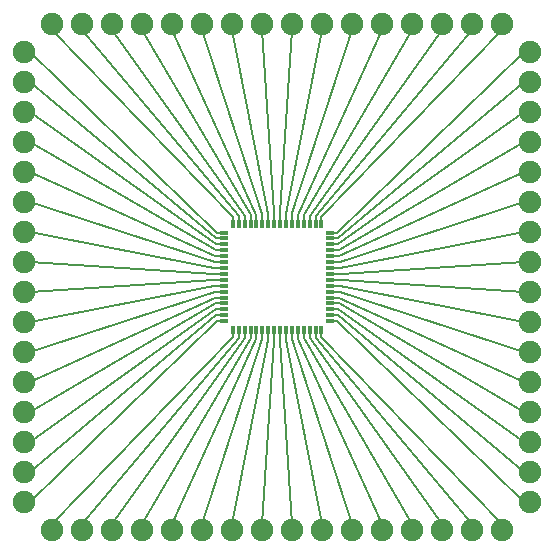
<source format=gbr>
%FSLAX34Y34*%
%MOMM*%
%LNSILK_TOP*%
G71*
G01*
%ADD10C, 1.90*%
%ADD11C, 0.20*%
%ADD12R, 0.30X0.80*%
%ADD13R, 0.80X0.30*%
%LPD*%
X67001Y954675D02*
G54D10*
D03*
X92401Y954675D02*
G54D10*
D03*
X117801Y954675D02*
G54D10*
D03*
X143201Y954675D02*
G54D10*
D03*
X168601Y954675D02*
G54D10*
D03*
X194001Y954675D02*
G54D10*
D03*
X219401Y954675D02*
G54D10*
D03*
X244801Y954675D02*
G54D10*
D03*
X270201Y954675D02*
G54D10*
D03*
X295601Y954675D02*
G54D10*
D03*
X321001Y954675D02*
G54D10*
D03*
X346401Y954675D02*
G54D10*
D03*
X371801Y954675D02*
G54D10*
D03*
X397201Y954675D02*
G54D10*
D03*
X422601Y954675D02*
G54D10*
D03*
X448000Y954675D02*
G54D10*
D03*
X66986Y526632D02*
G54D10*
D03*
X92386Y526632D02*
G54D10*
D03*
X117786Y526632D02*
G54D10*
D03*
X143186Y526632D02*
G54D10*
D03*
X168586Y526632D02*
G54D10*
D03*
X193986Y526632D02*
G54D10*
D03*
X219386Y526632D02*
G54D10*
D03*
X244786Y526632D02*
G54D10*
D03*
X270186Y526632D02*
G54D10*
D03*
X295586Y526632D02*
G54D10*
D03*
X320986Y526632D02*
G54D10*
D03*
X346386Y526632D02*
G54D10*
D03*
X371786Y526632D02*
G54D10*
D03*
X397186Y526632D02*
G54D10*
D03*
X422586Y526632D02*
G54D10*
D03*
X447986Y526632D02*
G54D10*
D03*
X43533Y931216D02*
G54D10*
D03*
X43533Y905816D02*
G54D10*
D03*
X43533Y880416D02*
G54D10*
D03*
X43533Y855016D02*
G54D10*
D03*
X43533Y829616D02*
G54D10*
D03*
X43533Y804216D02*
G54D10*
D03*
X43533Y778816D02*
G54D10*
D03*
X43533Y753416D02*
G54D10*
D03*
X43533Y728016D02*
G54D10*
D03*
X43533Y702616D02*
G54D10*
D03*
X43533Y677216D02*
G54D10*
D03*
X43533Y651816D02*
G54D10*
D03*
X43533Y626416D02*
G54D10*
D03*
X43533Y601016D02*
G54D10*
D03*
X43533Y575616D02*
G54D10*
D03*
X43533Y550216D02*
G54D10*
D03*
X471464Y931211D02*
G54D10*
D03*
X471464Y905811D02*
G54D10*
D03*
X471464Y880411D02*
G54D10*
D03*
X471464Y855011D02*
G54D10*
D03*
X471464Y829611D02*
G54D10*
D03*
X471464Y804211D02*
G54D10*
D03*
X471464Y778811D02*
G54D10*
D03*
X471464Y753411D02*
G54D10*
D03*
X471464Y728011D02*
G54D10*
D03*
X471464Y702611D02*
G54D10*
D03*
X471464Y677211D02*
G54D10*
D03*
X471464Y651811D02*
G54D10*
D03*
X471464Y626411D02*
G54D10*
D03*
X471464Y601011D02*
G54D10*
D03*
X471464Y575611D02*
G54D10*
D03*
X471464Y550211D02*
G54D10*
D03*
G54D11*
X219998Y785715D02*
X219998Y791677D01*
X67001Y949675D01*
G54D11*
X224998Y785715D02*
X224998Y792077D01*
X92401Y949675D01*
G54D11*
X229998Y785715D02*
X229998Y792477D01*
X117801Y949675D01*
G54D11*
X234998Y785715D02*
X234998Y792877D01*
X143201Y949675D01*
G54D11*
X239998Y785715D02*
X239998Y793277D01*
X168601Y949675D01*
G54D11*
X244998Y785715D02*
X244998Y793677D01*
X194001Y949675D01*
G54D11*
X249998Y785715D02*
X249998Y794077D01*
X219401Y949675D01*
G54D11*
X254998Y785715D02*
X254998Y794477D01*
X244801Y949675D01*
G54D11*
X259998Y785715D02*
X259998Y794473D01*
X270201Y949675D01*
G54D11*
X264998Y785715D02*
X264998Y794073D01*
X295601Y949675D01*
G54D11*
X269988Y785598D02*
X270000Y795000D01*
X321001Y949675D01*
G54D11*
X274998Y785715D02*
X274998Y793273D01*
X346401Y949675D01*
G54D11*
X279998Y785715D02*
X279998Y792873D01*
X371801Y949675D01*
G54D11*
X284998Y785715D02*
X284998Y792473D01*
X397201Y949675D01*
G54D11*
X294998Y785715D02*
X294998Y791673D01*
X448000Y949675D01*
G54D11*
X289998Y785715D02*
X289998Y792073D01*
X422601Y949675D01*
G54D11*
X302488Y778093D02*
X308457Y778093D01*
X466453Y931089D01*
G54D11*
X302488Y773093D02*
X308857Y773093D01*
X466453Y905689D01*
G54D11*
X302488Y768093D02*
X309257Y768093D01*
X466453Y880289D01*
G54D11*
X302488Y763093D02*
X309657Y763093D01*
X466453Y854889D01*
G54D11*
X302488Y758093D02*
X310057Y758093D01*
X466453Y829489D01*
G54D11*
X302488Y753093D02*
X310457Y753093D01*
X466453Y804089D01*
G54D11*
X302488Y748093D02*
X310857Y748093D01*
X466453Y778689D01*
G54D11*
X302488Y743093D02*
X311257Y743093D01*
X466453Y753289D01*
G54D11*
X302488Y738093D02*
X311250Y738093D01*
X466453Y727889D01*
G54D11*
X302488Y733093D02*
X310850Y733093D01*
X466453Y702489D01*
G54D11*
X302488Y728093D02*
X310450Y728093D01*
X466453Y677089D01*
G54D11*
X302488Y723093D02*
X310050Y723093D01*
X466453Y651689D01*
G54D11*
X302488Y718093D02*
X309650Y718093D01*
X466453Y626289D01*
G54D11*
X302488Y713093D02*
X309250Y713093D01*
X466453Y600889D01*
G54D11*
X302488Y708093D02*
X308850Y708093D01*
X466453Y575489D01*
G54D11*
X302488Y703093D02*
X308450Y703093D01*
X466453Y550089D01*
G54D11*
X294988Y695598D02*
X294988Y689630D01*
X447986Y531632D01*
G54D11*
X289988Y695598D02*
X289988Y689230D01*
X422586Y531632D01*
G54D11*
X284988Y695598D02*
X284988Y688830D01*
X397186Y531632D01*
G54D11*
X279988Y695598D02*
X279988Y688430D01*
X371786Y531632D01*
G54D11*
X274988Y695598D02*
X274988Y688030D01*
X346386Y531632D01*
G54D11*
X269988Y695598D02*
X269988Y687630D01*
X320986Y531632D01*
G54D11*
X264988Y695598D02*
X264988Y687230D01*
X295586Y531632D01*
G54D11*
X259988Y695598D02*
X259988Y686830D01*
X270186Y531632D01*
G54D11*
X254988Y695598D02*
X254988Y686835D01*
X244786Y531632D01*
G54D11*
X249988Y695598D02*
X249988Y687235D01*
X219386Y531632D01*
G54D11*
X244988Y695598D02*
X244988Y687635D01*
X193986Y531632D01*
G54D11*
X239988Y695598D02*
X239988Y688035D01*
X168586Y531632D01*
G54D11*
X234988Y695598D02*
X234988Y688435D01*
X143186Y531632D01*
G54D11*
X229988Y695598D02*
X229988Y688835D01*
X117786Y531632D01*
G54D11*
X224988Y695598D02*
X224988Y689235D01*
X92386Y531632D01*
G54D11*
X219988Y695598D02*
X219988Y689635D01*
X66986Y531632D01*
G54D11*
X212498Y778089D02*
X206534Y778089D01*
X48533Y931090D01*
G54D11*
X212498Y773089D02*
X206134Y773089D01*
X48533Y905690D01*
G54D11*
X212498Y768089D02*
X205734Y768089D01*
X48533Y880290D01*
G54D11*
X212498Y763089D02*
X205334Y763089D01*
X48533Y854890D01*
G54D11*
X212498Y758089D02*
X204934Y758089D01*
X48533Y829490D01*
G54D11*
X212498Y753089D02*
X204534Y753089D01*
X48533Y804090D01*
G54D11*
X212498Y748089D02*
X204134Y748089D01*
X48533Y778690D01*
G54D11*
X212498Y743089D02*
X203734Y743089D01*
X48533Y753290D01*
G54D11*
X212498Y738089D02*
X203732Y738089D01*
X48533Y727890D01*
G54D11*
X212498Y733089D02*
X204132Y733089D01*
X48533Y702490D01*
G54D11*
X212498Y728089D02*
X204532Y728089D01*
X48533Y677090D01*
G54D11*
X212498Y723089D02*
X204932Y723089D01*
X48533Y651690D01*
G54D11*
X212498Y718089D02*
X205332Y718089D01*
X48533Y626290D01*
G54D11*
X212498Y713089D02*
X205732Y713089D01*
X48533Y600890D01*
G54D11*
X212498Y708089D02*
X206132Y708089D01*
X48533Y575490D01*
G54D11*
X212498Y703089D02*
X206532Y703089D01*
X48533Y550090D01*
X219988Y695598D02*
G54D12*
D03*
X219988Y785598D02*
G54D12*
D03*
X224988Y695598D02*
G54D12*
D03*
X224988Y785598D02*
G54D12*
D03*
X229988Y695598D02*
G54D12*
D03*
X229988Y785598D02*
G54D12*
D03*
X234988Y695598D02*
G54D12*
D03*
X234988Y785598D02*
G54D12*
D03*
X239988Y695598D02*
G54D12*
D03*
X239988Y785598D02*
G54D12*
D03*
X244988Y695598D02*
G54D12*
D03*
X244988Y785598D02*
G54D12*
D03*
X249988Y695598D02*
G54D12*
D03*
X249988Y785598D02*
G54D12*
D03*
X254988Y695598D02*
G54D12*
D03*
X254988Y785598D02*
G54D12*
D03*
X259988Y695598D02*
G54D12*
D03*
X259988Y785598D02*
G54D12*
D03*
X264988Y695598D02*
G54D12*
D03*
X264988Y785598D02*
G54D12*
D03*
X269988Y695598D02*
G54D12*
D03*
X269988Y785598D02*
G54D12*
D03*
X274988Y695598D02*
G54D12*
D03*
X274988Y785598D02*
G54D12*
D03*
X279988Y695598D02*
G54D12*
D03*
X279988Y785598D02*
G54D12*
D03*
X284988Y695598D02*
G54D12*
D03*
X284988Y785598D02*
G54D12*
D03*
X289988Y695598D02*
G54D12*
D03*
X289988Y785598D02*
G54D12*
D03*
X294988Y695598D02*
G54D12*
D03*
X294988Y785598D02*
G54D12*
D03*
X212488Y703098D02*
G54D13*
D03*
X302488Y703098D02*
G54D13*
D03*
X212488Y708098D02*
G54D13*
D03*
X302488Y708098D02*
G54D13*
D03*
X212488Y713098D02*
G54D13*
D03*
X302488Y713098D02*
G54D13*
D03*
X212488Y718098D02*
G54D13*
D03*
X302488Y718098D02*
G54D13*
D03*
X212488Y723098D02*
G54D13*
D03*
X302488Y723098D02*
G54D13*
D03*
X212488Y728098D02*
G54D13*
D03*
X302488Y728098D02*
G54D13*
D03*
X212488Y733098D02*
G54D13*
D03*
X302488Y733098D02*
G54D13*
D03*
X212488Y738098D02*
G54D13*
D03*
X302488Y738098D02*
G54D13*
D03*
X212488Y743098D02*
G54D13*
D03*
X302488Y743098D02*
G54D13*
D03*
X212488Y748098D02*
G54D13*
D03*
X302488Y748098D02*
G54D13*
D03*
X212488Y753098D02*
G54D13*
D03*
X302488Y753098D02*
G54D13*
D03*
X212488Y758098D02*
G54D13*
D03*
X302488Y758098D02*
G54D13*
D03*
X212488Y763098D02*
G54D13*
D03*
X302488Y763098D02*
G54D13*
D03*
X212488Y768098D02*
G54D13*
D03*
X302488Y768098D02*
G54D13*
D03*
X212488Y773098D02*
G54D13*
D03*
X302488Y773098D02*
G54D13*
D03*
X212488Y778098D02*
G54D13*
D03*
X302488Y778098D02*
G54D13*
D03*
M02*

</source>
